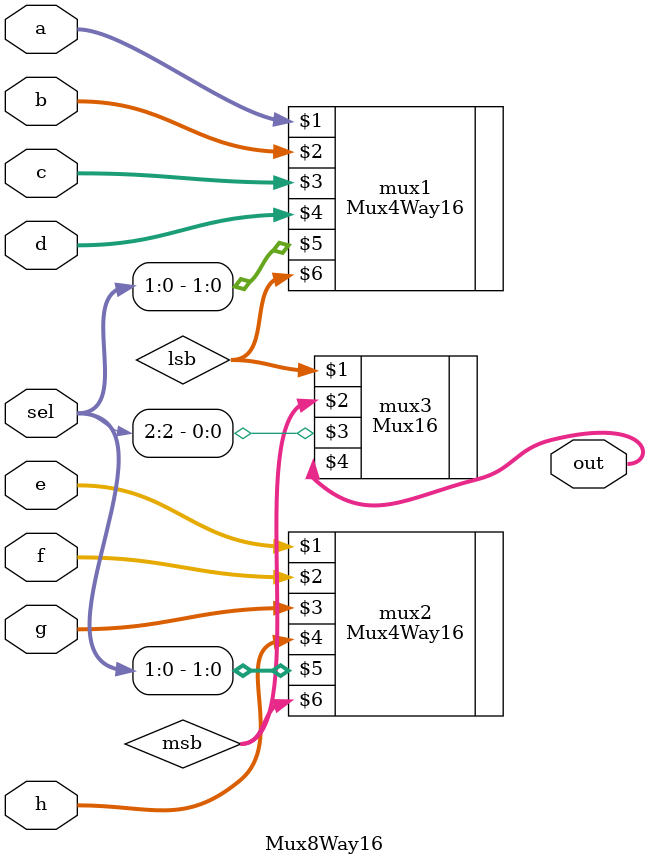
<source format=v>
module Mux8Way16 (
    input  [15:0] a,
    b,
    c,
    d,
    e,
    f,
    g,
    h,
    input  [ 2:0] sel,
    output [15:0] out
);

  wire [15:0] lsb;
  wire [15:0] msb;

  Mux4Way16 mux1 (
      a,
      b,
      c,
      d,
      sel[1:0],
      lsb
  );
  Mux4Way16 mux2 (
      e,
      f,
      g,
      h,
      sel[1:0],
      msb
  );
  Mux16 mux3 (
      lsb,
      msb,
      sel[2],
      out
  );

endmodule

</source>
